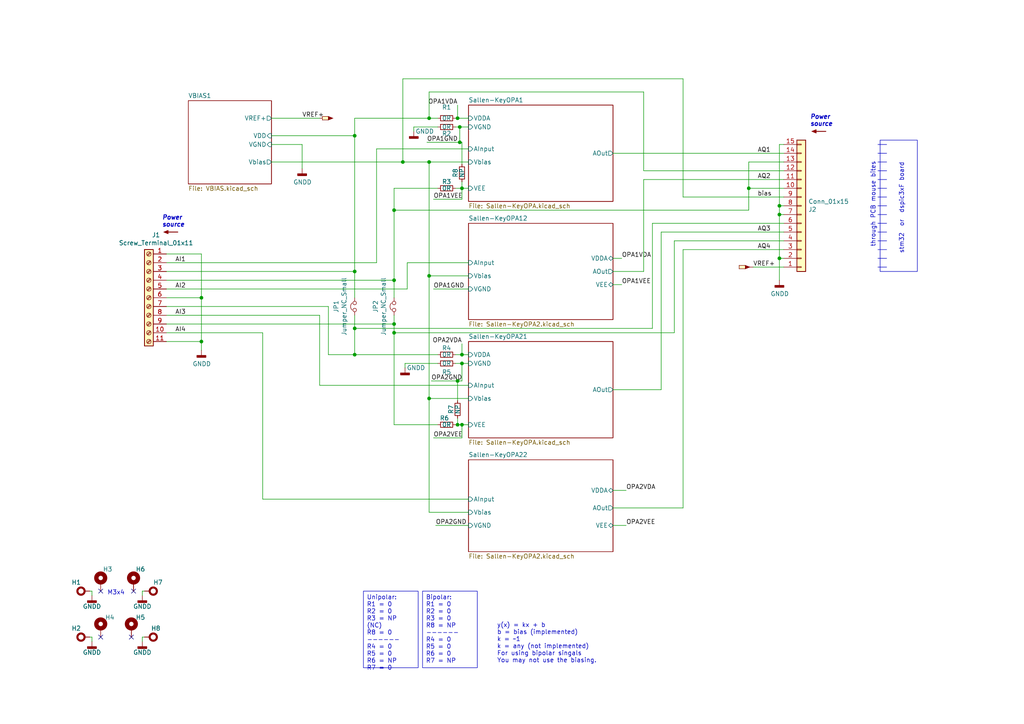
<source format=kicad_sch>
(kicad_sch (version 20230121) (generator eeschema)
  (paper "A4")
  (lib_symbols
    (symbol "Connector:Screw_Terminal_01x11" (pin_names (offset 1.016) hide)
      (property "Reference" "J" (at 0 15.24 0))
      (property "Value" "Screw_Terminal_01x11" (at 0 -15.24 0))
      (symbol "Screw_Terminal_01x11_1_1"
        (rectangle (start -1.27 13.97) (end 1.27 -13.97) (stroke (width 0.254)) (fill (type background)))
        (circle (center 0 -12.7) (radius 0.635) (stroke (width 0.1524)))
        (circle (center 0 -10.16) (radius 0.635) (stroke (width 0.1524)))
        (circle (center 0 -7.62) (radius 0.635) (stroke (width 0.1524)))
        (circle (center 0 -5.08) (radius 0.635) (stroke (width 0.1524)))
        (circle (center 0 -2.54) (radius 0.635) (stroke (width 0.1524)))
        (polyline (pts (xy -0.5334 -12.3698) (xy 0.3302 -13.208)) (stroke (width 0.1524)))
        (polyline (pts (xy -0.5334 -9.8298) (xy 0.3302 -10.668)) (stroke (width 0.1524)))
        (polyline (pts (xy -0.5334 -7.2898) (xy 0.3302 -8.128)) (stroke (width 0.1524)))
        (polyline (pts (xy -0.5334 -4.7498) (xy 0.3302 -5.588)) (stroke (width 0.1524)))
        (polyline (pts (xy -0.5334 -2.2098) (xy 0.3302 -3.048)) (stroke (width 0.1524)))
        (polyline (pts (xy -0.5334 0.3302) (xy 0.3302 -0.508)) (stroke (width 0.1524)))
        (polyline (pts (xy -0.5334 2.8702) (xy 0.3302 2.032)) (stroke (width 0.1524)))
        (polyline (pts (xy -0.5334 5.4102) (xy 0.3302 4.572)) (stroke (width 0.1524)))
        (polyline (pts (xy -0.5334 7.9502) (xy 0.3302 7.112)) (stroke (width 0.1524)))
        (polyline (pts (xy -0.5334 10.4902) (xy 0.3302 9.652)) (stroke (width 0.1524)))
        (polyline (pts (xy -0.5334 13.0302) (xy 0.3302 12.192)) (stroke (width 0.1524)))
        (polyline (pts (xy -0.3556 -12.192) (xy 0.508 -13.0302)) (stroke (width 0.1524)))
        (polyline (pts (xy -0.3556 -9.652) (xy 0.508 -10.4902)) (stroke (width 0.1524)))
        (polyline (pts (xy -0.3556 -7.112) (xy 0.508 -7.9502)) (stroke (width 0.1524)))
        (polyline (pts (xy -0.3556 -4.572) (xy 0.508 -5.4102)) (stroke (width 0.1524)))
        (polyline (pts (xy -0.3556 -2.032) (xy 0.508 -2.8702)) (stroke (width 0.1524)))
        (polyline (pts (xy -0.3556 0.508) (xy 0.508 -0.3302)) (stroke (width 0.1524)))
        (polyline (pts (xy -0.3556 3.048) (xy 0.508 2.2098)) (stroke (width 0.1524)))
        (polyline (pts (xy -0.3556 5.588) (xy 0.508 4.7498)) (stroke (width 0.1524)))
        (polyline (pts (xy -0.3556 8.128) (xy 0.508 7.2898)) (stroke (width 0.1524)))
        (polyline (pts (xy -0.3556 10.668) (xy 0.508 9.8298)) (stroke (width 0.1524)))
        (polyline (pts (xy -0.3556 13.208) (xy 0.508 12.3698)) (stroke (width 0.1524)))
        (circle (center 0 0) (radius 0.635) (stroke (width 0.1524)))
        (circle (center 0 2.54) (radius 0.635) (stroke (width 0.1524)))
        (circle (center 0 5.08) (radius 0.635) (stroke (width 0.1524)))
        (circle (center 0 7.62) (radius 0.635) (stroke (width 0.1524)))
        (circle (center 0 10.16) (radius 0.635) (stroke (width 0.1524)))
        (circle (center 0 12.7) (radius 0.635) (stroke (width 0.1524)))
        (pin passive line (at -5.08 12.7 0) (length 3.81) (name "Pin_1") (number "1"))
        (pin passive line (at -5.08 -10.16 0) (length 3.81) (name "Pin_10") (number "10"))
        (pin passive line (at -5.08 -12.7 0) (length 3.81) (name "Pin_11") (number "11"))
        (pin passive line (at -5.08 10.16 0) (length 3.81) (name "Pin_2") (number "2"))
        (pin passive line (at -5.08 7.62 0) (length 3.81) (name "Pin_3") (number "3"))
        (pin passive line (at -5.08 5.08 0) (length 3.81) (name "Pin_4") (number "4"))
        (pin passive line (at -5.08 2.54 0) (length 3.81) (name "Pin_5") (number "5"))
        (pin passive line (at -5.08 0 0) (length 3.81) (name "Pin_6") (number "6"))
        (pin passive line (at -5.08 -2.54 0) (length 3.81) (name "Pin_7") (number "7"))
        (pin passive line (at -5.08 -5.08 0) (length 3.81) (name "Pin_8") (number "8"))
        (pin passive line (at -5.08 -7.62 0) (length 3.81) (name "Pin_9") (number "9"))
      )
    )
    (symbol "Connector_Generic:Conn_01x15" (pin_names (offset 1.016) hide)
      (property "Reference" "J" (at 0 20.32 0))
      (property "Value" "Conn_01x15" (at 0 -20.32 0))
      (symbol "Conn_01x15_1_1"
        (rectangle (start -1.27 -17.653) (end 0 -17.907) (stroke (width 0.1524)))
        (rectangle (start -1.27 -15.113) (end 0 -15.367) (stroke (width 0.1524)))
        (rectangle (start -1.27 -12.573) (end 0 -12.827) (stroke (width 0.1524)))
        (rectangle (start -1.27 -10.033) (end 0 -10.287) (stroke (width 0.1524)))
        (rectangle (start -1.27 -7.493) (end 0 -7.747) (stroke (width 0.1524)))
        (rectangle (start -1.27 -4.953) (end 0 -5.207) (stroke (width 0.1524)))
        (rectangle (start -1.27 -2.413) (end 0 -2.667) (stroke (width 0.1524)))
        (rectangle (start -1.27 0.127) (end 0 -0.127) (stroke (width 0.1524)))
        (rectangle (start -1.27 2.667) (end 0 2.413) (stroke (width 0.1524)))
        (rectangle (start -1.27 5.207) (end 0 4.953) (stroke (width 0.1524)))
        (rectangle (start -1.27 7.747) (end 0 7.493) (stroke (width 0.1524)))
        (rectangle (start -1.27 10.287) (end 0 10.033) (stroke (width 0.1524)))
        (rectangle (start -1.27 12.827) (end 0 12.573) (stroke (width 0.1524)))
        (rectangle (start -1.27 15.367) (end 0 15.113) (stroke (width 0.1524)))
        (rectangle (start -1.27 17.907) (end 0 17.653) (stroke (width 0.1524)))
        (rectangle (start -1.27 19.05) (end 1.27 -19.05) (stroke (width 0.254)) (fill (type background)))
        (pin passive line (at -5.08 17.78 0) (length 3.81) (name "Pin_1") (number "1"))
        (pin passive line (at -5.08 -5.08 0) (length 3.81) (name "Pin_10") (number "10"))
        (pin passive line (at -5.08 -7.62 0) (length 3.81) (name "Pin_11") (number "11"))
        (pin passive line (at -5.08 -10.16 0) (length 3.81) (name "Pin_12") (number "12"))
        (pin passive line (at -5.08 -12.7 0) (length 3.81) (name "Pin_13") (number "13"))
        (pin passive line (at -5.08 -15.24 0) (length 3.81) (name "Pin_14") (number "14"))
        (pin passive line (at -5.08 -17.78 0) (length 3.81) (name "Pin_15") (number "15"))
        (pin passive line (at -5.08 15.24 0) (length 3.81) (name "Pin_2") (number "2"))
        (pin passive line (at -5.08 12.7 0) (length 3.81) (name "Pin_3") (number "3"))
        (pin passive line (at -5.08 10.16 0) (length 3.81) (name "Pin_4") (number "4"))
        (pin passive line (at -5.08 7.62 0) (length 3.81) (name "Pin_5") (number "5"))
        (pin passive line (at -5.08 5.08 0) (length 3.81) (name "Pin_6") (number "6"))
        (pin passive line (at -5.08 2.54 0) (length 3.81) (name "Pin_7") (number "7"))
        (pin passive line (at -5.08 0 0) (length 3.81) (name "Pin_8") (number "8"))
        (pin passive line (at -5.08 -2.54 0) (length 3.81) (name "Pin_9") (number "9"))
      )
    )
    (symbol "Device:R_Small" (pin_numbers hide) (pin_names (offset 0.254) hide)
      (property "Reference" "R" (at 0.762 0.508 0))
      (property "Value" "R_Small" (at 0.762 -1.016 0))
      (symbol "R_Small_0_1"
        (rectangle (start -0.762 1.778) (end 0.762 -1.778) (stroke (width 0.2032)))
      )
      (symbol "R_Small_1_1"
        (pin passive line (at 0 2.54 270) (length 0.762) (name "~") (number "1"))
        (pin passive line (at 0 -2.54 90) (length 0.762) (name "~") (number "2"))
      )
    )
    (symbol "Graphic:SYM_Arrow_Small" (in_bom no) (on_board no)
      (symbol "SYM_Arrow_Small_0_1"
        (polyline (pts (xy 1.524 0) (xy -2.032 0)) (stroke (width 0.254)))
        (polyline (pts (xy 2.032 0) (xy 0.762 -0.508) (xy 0.762 0.508) (xy 2.032 0)) (fill (type outline)))
      )
    )
    (symbol "Mechanical:MountingHole_Pad" (pin_numbers hide) (pin_names (offset 1.016) hide)
      (property "Reference" "H" (at 0 6.35 0))
      (property "Value" "MountingHole_Pad" (at 0 4.445 0))
      (symbol "MountingHole_Pad_0_1"
        (circle (center 0 1.27) (radius 1.27) (stroke (width 1.27)))
      )
      (symbol "MountingHole_Pad_1_1"
        (pin input line (at 0 -2.54 90) (length 2.54) (name "1") (number "1"))
      )
    )
    (symbol "MountingHole_Pad_small_1" (pin_numbers hide) (pin_names (offset 1.016) hide)
      (property "Reference" "H" (at 0 6.35 0))
      (property "Value" "MountingHole_Pad_small" (at 0 4.445 0))
      (symbol "MountingHole_Pad_small_1_1_1"
        (circle (center 0 1.27) (radius 1.0473) (stroke (width 0.6)))
        (pin input line (at 0 -1.27 90) (length 1.27) (name "1") (number "1"))
      )
    )
    (symbol "Sallen-Keys_filter-rescue:Jumper_NC_Small-Device" (pin_numbers hide) (pin_names (offset 0.762) hide)
      (property "Reference" "JP" (at 0 2.032 0))
      (property "Value" "Device_Jumper_NC_Small" (at 0.254 -1.524 0))
      (symbol "Jumper_NC_Small-Device_0_1"
        (circle (center -1.016 0) (radius 0.508))
        (circle (center 1.016 0) (radius 0.508))
        (arc (start 1.016 0.762) (mid 0 1.1828) (end -1.016 0.762))
        (pin passive line (at -2.54 0 0) (length 1.016) (name "1") (number "1"))
        (pin passive line (at 2.54 0 180) (length 1.016) (name "2") (number "2"))
      )
    )
    (symbol "Sallen-Keys_filter-rescue:SYMFwdOutput_Arrow_Small-osmLIB" (pin_names (offset 1.016))
      (symbol "SYMFwdOutput_Arrow_Small-osmLIB_0_1"
        (polyline (pts (xy 0.762 0) (xy 0 0)))
        (polyline (pts (xy 3.81 0) (xy 2.54 -0.508) (xy 2.54 0.508) (xy 3.81 0)) (fill (type outline)))
      )
      (symbol "SYMFwdOutput_Arrow_Small-osmLIB_1_1"
        (rectangle (start 2.54 -0.508) (end 0.762 0.508) (fill (type background)))
        (pin unspecified line (at 0 0 0) (length 0.762) (name "~") (number "~"))
      )
    )
    (symbol "osmLIB:SYMback_Arrow_Small" (pin_names (offset 1.016))
      (symbol "SYMback_Arrow_Small_0_1"
        (rectangle (start -2.286 -0.508) (end -4.064 0.508) (fill (type background)))
        (polyline (pts (xy 0 0) (xy -2.032 0)))
        (polyline (pts (xy -1.016 0) (xy -2.286 -0.508) (xy -2.286 0.508) (xy -1.016 0)) (fill (type outline)))
      )
    )
    (symbol "power:GNDD" (power) (pin_names (offset 0))
      (property "Value" "GNDD" (at 0 -3.175 0))
      (symbol "GNDD_0_1"
        (rectangle (start -1.27 -1.524) (end 1.27 -2.032) (stroke (width 0.254)) (fill (type outline)))
        (polyline (pts (xy 0 0) (xy 0 -1.524)))
      )
      (symbol "GNDD_1_1"
        (pin power_in line (at 0 0 270) (length 0) hide (name "GNDD") (number "1"))
      )
    )
  )
  (junction (at 133.35 36.83))
  (junction (at 114.3 60.96))
  (junction (at 102.87 102.87))
  (junction (at 226.06 62.23))
  (junction (at 124.46 34.29))
  (junction (at 102.87 39.37))
  (junction (at 226.06 59.69))
  (junction (at 133.985 54.61))
  (junction (at 133.985 105.41))
  (junction (at 58.42 86.36))
  (junction (at 58.42 99.06))
  (junction (at 124.46 46.99))
  (junction (at 133.985 102.87))
  (junction (at 102.87 78.74))
  (junction (at 217.17 54.61))
  (junction (at 132.715 110.49))
  (junction (at 226.06 74.93))
  (junction (at 124.46 80.01))
  (junction (at 114.3 93.98))
  (junction (at 132.715 123.19))
  (junction (at 124.46 115.57))
  (junction (at 133.985 123.19))
  (junction (at 133.35 41.275))
  (junction (at 132.715 34.29))
  (junction (at 114.3 96.52))
  (junction (at 102.87 95.25))
  (junction (at 116.84 46.99))
  (junction (at 114.3 81.28))
  (no_connect (at 29.21 184.785))
  (no_connect (at 38.735 171.45))
  (no_connect (at 29.21 171.45))
  (no_connect (at 38.1 184.785))
  (wire (pts (xy 48.26 93.98) (xy 114.3 93.98)))
  (wire (pts (xy 48.26 96.52) (xy 76.2 96.52)))
  (wire (pts (xy 78.74 34.29) (xy 92.71 34.29)))
  (wire (pts (xy 78.74 46.99) (xy 116.84 46.99)))
  (wire (pts (xy 133.985 41.275) (xy 133.35 41.275)))
  (wire (pts (xy 114.3 96.52) (xy 195.58 96.52)))
  (wire (pts (xy 177.8 113.03) (xy 191.77 113.03)))
  (wire (pts (xy 133.35 36.83) (xy 133.35 41.275)))
  (wire (pts (xy 226.06 74.93) (xy 226.06 62.23)))
  (wire (pts (xy 78.74 39.37) (xy 102.87 39.37)))
  (wire (pts (xy 186.69 52.07) (xy 227.33 52.07)))
  (wire (pts (xy 48.26 88.9) (xy 95.25 88.9)))
  (wire (pts (xy 177.8 82.55) (xy 180.34 82.55)))
  (wire (pts (xy 58.42 99.06) (xy 58.42 86.36)))
  (wire (pts (xy 109.22 76.2) (xy 109.22 43.18)))
  (wire (pts (xy 226.06 81.28) (xy 226.06 74.93)))
  (wire (pts (xy 41.275 171.45) (xy 41.275 172.72)))
  (wire (pts (xy 114.3 123.19) (xy 127 123.19)))
  (wire (pts (xy 41.91 171.45) (xy 41.275 171.45)))
  (wire (pts (xy 124.46 34.29) (xy 124.46 26.67)))
  (wire (pts (xy 116.84 22.86) (xy 198.12 22.86)))
  (wire (pts (xy 102.87 39.37) (xy 102.87 34.29)))
  (wire (pts (xy 48.26 76.2) (xy 109.22 76.2)))
  (wire (pts (xy 226.06 41.91) (xy 227.33 41.91)))
  (wire (pts (xy 132.08 34.29) (xy 132.715 34.29)))
  (wire (pts (xy 26.67 171.45) (xy 26.67 172.72)))
  (wire (pts (xy 227.33 74.93) (xy 226.06 74.93)))
  (wire (pts (xy 125.73 57.785) (xy 133.985 57.785)))
  (wire (pts (xy 76.2 144.78) (xy 135.89 144.78)))
  (wire (pts (xy 95.25 102.87) (xy 102.87 102.87)))
  (wire (pts (xy 92.71 91.44) (xy 92.71 111.76)))
  (wire (pts (xy 186.69 78.74) (xy 186.69 52.07)))
  (wire (pts (xy 114.3 54.61) (xy 127 54.61)))
  (wire (pts (xy 124.46 148.59) (xy 135.89 148.59)))
  (wire (pts (xy 133.35 36.83) (xy 135.89 36.83)))
  (wire (pts (xy 102.87 102.87) (xy 127 102.87)))
  (wire (pts (xy 87.63 41.91) (xy 87.63 48.895)))
  (wire (pts (xy 226.06 59.69) (xy 226.06 41.91)))
  (wire (pts (xy 133.985 99.695) (xy 133.985 102.87)))
  (wire (pts (xy 132.08 105.41) (xy 133.985 105.41)))
  (wire (pts (xy 177.8 78.74) (xy 186.69 78.74)))
  (wire (pts (xy 78.74 41.91) (xy 87.63 41.91)))
  (wire (pts (xy 133.985 54.61) (xy 135.89 54.61)))
  (wire (pts (xy 124.46 26.67) (xy 186.69 26.67)))
  (wire (pts (xy 114.3 93.98) (xy 114.3 91.44)))
  (wire (pts (xy 133.985 47.625) (xy 133.985 41.275)))
  (wire (pts (xy 186.69 26.67) (xy 186.69 49.53)))
  (wire (pts (xy 76.2 96.52) (xy 76.2 144.78)))
  (wire (pts (xy 124.46 80.01) (xy 135.89 80.01)))
  (wire (pts (xy 135.89 46.99) (xy 124.46 46.99)))
  (wire (pts (xy 123.825 41.275) (xy 133.35 41.275)))
  (wire (pts (xy 48.26 99.06) (xy 58.42 99.06)))
  (wire (pts (xy 133.985 123.19) (xy 135.89 123.19)))
  (wire (pts (xy 195.58 96.52) (xy 195.58 69.85)))
  (wire (pts (xy 132.715 110.49) (xy 133.985 110.49)))
  (wire (pts (xy 217.17 54.61) (xy 217.17 46.99)))
  (wire (pts (xy 41.91 184.785) (xy 41.275 184.785)))
  (wire (pts (xy 177.8 142.24) (xy 181.61 142.24)))
  (wire (pts (xy 109.22 43.18) (xy 135.89 43.18)))
  (wire (pts (xy 114.3 86.36) (xy 114.3 81.28)))
  (wire (pts (xy 132.715 30.48) (xy 132.715 34.29)))
  (wire (pts (xy 116.84 46.99) (xy 124.46 46.99)))
  (wire (pts (xy 118.11 76.2) (xy 135.89 76.2)))
  (wire (pts (xy 26.035 171.45) (xy 26.67 171.45)))
  (wire (pts (xy 48.26 91.44) (xy 92.71 91.44)))
  (wire (pts (xy 132.715 121.285) (xy 132.715 123.19)))
  (wire (pts (xy 48.26 83.82) (xy 118.11 83.82)))
  (wire (pts (xy 116.84 46.99) (xy 116.84 22.86)))
  (wire (pts (xy 48.26 78.74) (xy 102.87 78.74)))
  (wire (pts (xy 189.23 95.25) (xy 189.23 64.77)))
  (wire (pts (xy 191.77 67.31) (xy 227.33 67.31)))
  (wire (pts (xy 133.985 105.41) (xy 135.89 105.41)))
  (wire (pts (xy 26.035 184.785) (xy 26.67 184.785)))
  (wire (pts (xy 114.3 60.96) (xy 217.17 60.96)))
  (wire (pts (xy 126.365 152.4) (xy 135.89 152.4)))
  (wire (pts (xy 102.87 95.25) (xy 102.87 102.87)))
  (wire (pts (xy 125.73 127) (xy 133.985 127)))
  (wire (pts (xy 133.985 102.87) (xy 135.89 102.87)))
  (wire (pts (xy 177.8 74.93) (xy 180.34 74.93)))
  (wire (pts (xy 133.985 123.19) (xy 133.985 127)))
  (wire (pts (xy 132.08 36.83) (xy 133.35 36.83)))
  (wire (pts (xy 135.89 115.57) (xy 124.46 115.57)))
  (wire (pts (xy 58.42 86.36) (xy 58.42 73.66)))
  (wire (pts (xy 177.8 44.45) (xy 227.33 44.45)))
  (wire (pts (xy 132.08 123.19) (xy 132.715 123.19)))
  (wire (pts (xy 177.8 147.32) (xy 198.12 147.32)))
  (wire (pts (xy 102.87 39.37) (xy 102.87 78.74)))
  (wire (pts (xy 227.33 62.23) (xy 226.06 62.23)))
  (wire (pts (xy 26.67 184.785) (xy 26.67 186.055)))
  (wire (pts (xy 198.12 147.32) (xy 198.12 72.39)))
  (wire (pts (xy 133.985 105.41) (xy 133.985 110.49)))
  (wire (pts (xy 191.77 67.31) (xy 191.77 113.03)))
  (wire (pts (xy 133.985 54.61) (xy 133.985 57.785)))
  (wire (pts (xy 198.12 72.39) (xy 227.33 72.39)))
  (wire (pts (xy 114.3 96.52) (xy 114.3 123.19)))
  (wire (pts (xy 114.3 93.98) (xy 114.3 96.52)))
  (wire (pts (xy 198.12 22.86) (xy 198.12 57.15)))
  (wire (pts (xy 58.42 101.6) (xy 58.42 99.06)))
  (wire (pts (xy 48.26 86.36) (xy 58.42 86.36)))
  (wire (pts (xy 125.73 83.82) (xy 135.89 83.82)))
  (wire (pts (xy 195.58 69.85) (xy 227.33 69.85)))
  (wire (pts (xy 120.015 36.83) (xy 127 36.83)))
  (wire (pts (xy 102.87 34.29) (xy 124.46 34.29)))
  (wire (pts (xy 41.275 184.785) (xy 41.275 186.055)))
  (wire (pts (xy 92.71 111.76) (xy 135.89 111.76)))
  (wire (pts (xy 132.715 116.205) (xy 132.715 110.49)))
  (wire (pts (xy 102.87 91.44) (xy 102.87 95.25)))
  (wire (pts (xy 118.11 83.82) (xy 118.11 76.2)))
  (wire (pts (xy 177.8 152.4) (xy 181.61 152.4)))
  (wire (pts (xy 48.26 81.28) (xy 114.3 81.28)))
  (wire (pts (xy 217.17 60.96) (xy 217.17 54.61)))
  (wire (pts (xy 132.715 123.19) (xy 133.985 123.19)))
  (wire (pts (xy 124.46 80.01) (xy 124.46 115.57)))
  (wire (pts (xy 102.87 78.74) (xy 102.87 86.36)))
  (wire (pts (xy 217.17 46.99) (xy 227.33 46.99)))
  (wire (pts (xy 124.46 34.29) (xy 127 34.29)))
  (wire (pts (xy 124.46 115.57) (xy 124.46 148.59)))
  (wire (pts (xy 124.46 46.99) (xy 124.46 80.01)))
  (wire (pts (xy 114.3 60.96) (xy 114.3 54.61)))
  (wire (pts (xy 227.33 54.61) (xy 217.17 54.61)))
  (wire (pts (xy 48.26 73.66) (xy 58.42 73.66)))
  (wire (pts (xy 227.33 59.69) (xy 226.06 59.69)))
  (wire (pts (xy 95.25 88.9) (xy 95.25 102.87)))
  (wire (pts (xy 132.08 102.87) (xy 133.985 102.87)))
  (wire (pts (xy 114.3 81.28) (xy 114.3 60.96)))
  (wire (pts (xy 186.69 49.53) (xy 227.33 49.53)))
  (wire (pts (xy 218.44 77.47) (xy 227.33 77.47)))
  (wire (pts (xy 102.87 95.25) (xy 189.23 95.25)))
  (wire (pts (xy 198.12 57.15) (xy 227.33 57.15)))
  (wire (pts (xy 132.08 54.61) (xy 133.985 54.61)))
  (wire (pts (xy 133.985 52.705) (xy 133.985 54.61)))
  (wire (pts (xy 132.715 34.29) (xy 135.89 34.29)))
  (wire (pts (xy 226.06 62.23) (xy 226.06 59.69)))
  (wire (pts (xy 117.475 105.41) (xy 127 105.41)))
  (wire (pts (xy 117.475 105.41) (xy 117.475 106.68)))
  (wire (pts (xy 189.23 64.77) (xy 227.33 64.77)))
  (wire (pts (xy 125.095 110.49) (xy 132.715 110.49)))
  (wire (pts (xy 120.015 36.83) (xy 120.015 38.1)))
  (rectangle (start 254.635 59.69) (end 257.175 59.69))
  (rectangle (start 254.635 52.07) (end 257.175 52.07))
  (rectangle (start 254.635 62.23) (end 257.175 62.23))
  (rectangle (start 254.635 44.45) (end 257.175 44.45))
  (rectangle (start 254.635 64.77) (end 257.175 64.77))
  (rectangle (start 254.635 41.91) (end 257.175 41.91))
  (rectangle (start 254.635 72.39) (end 257.175 72.39))
  (rectangle (start 254.635 46.99) (end 257.175 46.99))
  (rectangle (start 254.635 74.93) (end 257.175 74.93))
  (rectangle (start 254.635 67.31) (end 257.175 67.31))
  (rectangle (start 254.635 77.47) (end 257.175 77.47))
  (rectangle (start 254.635 69.85) (end 257.175 69.85))
  (rectangle (start 255.27 40.64) (end 266.065 78.74))
  (rectangle (start 254.635 49.53) (end 257.175 49.53))
  (rectangle (start 254.635 57.15) (end 257.175 57.15))
  (rectangle (start 254.635 54.61) (end 257.175 54.61))
  (text_box "Bipolar:\nR1 = 0\nR2 = 0\nR3 = 0\nR8 = NP\n------\nR4 = 0\nR5 = 0\nR6 = 0\nR7 = NP" (at 122.555 171.45 0) (size 15.875 22.225) (effects (font (size 1.27 1.27)) (justify left top)))
  (text_box "Unipolar:\nR1 = 0\nR2 = 0\nR3 = NP (NC)\nR8 = 0\n------\nR4 = 0\nR5 = 0\nR6 = NP\nR7 = 0" (at 105.41 171.45 0) (size 15.875 22.225) (effects (font (size 1.27 1.27)) (justify left top)))
  (text "Power\nsource" (at 46.99 66.04 0) (effects (font (size 1.27 1.27) (thickness 0.254) bold italic) (justify left bottom)))
  (text "у(x) = kx + b\nb = bias (implemented)\nk = ~1\nk = any (not implemented)\nFor using bipolar singals\nYou may not use the biasing." (at 144.145 192.405 0) (effects (font (size 1.27 1.27)) (justify left bottom)))
  (text "Power\nsource" (at 234.95 36.83 0) (effects (font (size 1.27 1.27) (thickness 0.254) bold italic) (justify left bottom)))
  (text "through PCB mouse bites" (at 254 71.755 90) (effects (font (size 1.27 1.27)) (justify left bottom)))
  (text "stm32  or  dspic3xF board" (at 262.255 73.66 90) (effects (font (size 1.27 1.27)) (justify left bottom)))
  (text "M3x4" (at 31.115 172.72 0) (effects (font (size 1.27 1.27)) (justify left bottom)))
  (label "OPA1VDA" (at 180.34 74.93 0))
  (label "OPA1GND" (at 125.73 83.82 0))
  (label "AQ2" (at 219.71 52.07 0))
  (label "AQ4" (at 219.71 72.39 0))
  (label "OPA1GND" (at 123.825 41.275 0))
  (label "AI2" (at 50.8 83.82 0))
  (label "OPA1VDA" (at 132.715 30.48 180))
  (label "VREF+" (at 218.44 77.47 0))
  (label "bias" (at 219.71 57.15 0))
  (label "OPA2GND" (at 125.095 110.49 0))
  (label "OPA2VEE" (at 181.61 152.4 0))
  (label "OPA1VEE" (at 125.73 57.785 0))
  (label "OPA2VDA" (at 181.61 142.24 0))
  (label "AI1" (at 50.8 76.2 0))
  (label "AI3" (at 50.8 91.44 0))
  (label "OPA2VDA" (at 133.985 99.695 180))
  (label "VREF+" (at 87.63 34.29 0))
  (label "AQ3" (at 219.71 67.31 0))
  (label "AQ1" (at 219.71 44.45 0))
  (label "AI4" (at 50.8 96.52 0))
  (label "OPA2GND" (at 126.365 152.4 0))
  (label "OPA1VEE" (at 180.34 82.55 0))
  (label "OPA2VEE" (at 125.73 127 0))
  (symbol (lib_id "Connector:Screw_Terminal_01x11") (at 43.18 86.36 0) (mirror y) (unit 1)
    (property "Reference" "J1" (at 45.2628 68.1482 0))
    (property "Value" "Screw_Terminal_01x11" (at 45.2628 70.4596 0))
    (property "Footprint" "TerminalBlock_Phoenix:TerminalBlock_Phoenix_PT-1,5-11-3.5-H_1x11_P3.50mm_Horizontal" (effects hide))
  )
  (symbol (lib_id "Connector_Generic:Conn_01x15") (at 232.41 59.69 0) (mirror x) (unit 1)
    (property "Reference" "J2" (at 234.442 60.7568 0) (effects (justify left)))
    (property "Value" "Conn_01x15" (at 234.442 58.4454 0) (effects (justify left)))
    (property "Footprint" "Connector_PinSocket_2.54mm:PinSocket_1x15_P2.54mm_Vertical" (effects hide))
  )
  (symbol (lib_id "power:GNDD") (at 58.42 101.6 0) (unit 1)
    (property "Reference" "#PWR05" (effects hide))
    (property "Value" "GNDD" (at 58.5216 105.537 0))
  )
  (symbol (lib_id "power:GNDD") (at 226.06 81.28 0) (unit 1)
    (property "Reference" "#PWR07" (effects hide))
    (property "Value" "GNDD" (at 226.1616 85.217 0))
  )
  (symbol (lib_id "Graphic:SYM_Arrow_Small") (at 237.49 38.1 180) (unit 1)
    (property "Reference" "#SYM4" (effects hide))
    (property "Value" "SYM_Arrow_Small" (effects hide))
  )
  (symbol (lib_id "osmLIB:SYMback_Arrow_Small") (at 218.44 77.47 0) (unit 1)
    (property "Reference" "#SYM3" (effects hide))
    (property "Value" "SYMback_Arrow_Small" (effects hide))
  )
  (symbol (lib_id "Sallen-Keys_filter-rescue:SYMFwdOutput_Arrow_Small-osmLIB") (at 92.71 34.29 0) (unit 1)
    (property "Reference" "#SYM2" (effects hide))
    (property "Value" "SYMFwdOutput_Arrow_Small" (effects hide))
  )
  (symbol (lib_id "Graphic:SYM_Arrow_Small") (at 49.53 67.31 180) (unit 1)
    (property "Reference" "#SYM1" (effects hide))
    (property "Value" "SYM_Arrow_Small" (effects hide))
  )
  (symbol (lib_id "Sallen-Keys_filter-rescue:Jumper_NC_Small-Device") (at 102.87 88.9 90) (unit 1)
    (property "Reference" "JP1" (at 97.4852 88.9 0))
    (property "Value" "Jumper_NC_Small" (at 99.7966 88.9 0))
    (property "Footprint" "Jumper:SolderJumper-2_P1.3mm_Open_TrianglePad1.0x1.5mm" (effects hide))
  )
  (symbol (lib_id "Sallen-Keys_filter-rescue:Jumper_NC_Small-Device") (at 114.3 88.9 90) (unit 1)
    (property "Reference" "JP2" (at 108.9152 88.9 0))
    (property "Value" "Jumper_NC_Small" (at 111.2266 88.9 0))
    (property "Footprint" "Jumper:SolderJumper-2_P1.3mm_Open_TrianglePad1.0x1.5mm" (effects hide))
  )
  (symbol (lib_id "Mechanical:MountingHole_Pad") (at 29.21 182.245 0) (unit 1)
    (property "Reference" "H4" (at 30.48 179.07 0) (effects (justify left)))
    (property "Value" "MountingHole_Pad" (effects hide))
    (property "Footprint" "MountingHole:MountingHole_3.2mm_M3_DIN965_Pad" (effects hide))
  )
  (symbol (lib_id "Device:R_Small") (at 129.54 102.87 90) (unit 1)
    (property "Reference" "R4" (at 129.54 100.965 90))
    (property "Value" "0R" (at 129.54 102.87 90))
    (property "Footprint" "Resistor_SMD:R_0805_2012Metric" (effects hide))
  )
  (symbol (lib_id "power:GNDD") (at 26.67 172.72 0) (unit 1)
    (property "Reference" "#PWR01" (effects hide))
    (property "Value" "GNDD" (at 26.67 175.895 0))
  )
  (symbol (lib_name "MountingHole_Pad_small_1") (lib_id "osmLIB:MountingHole_Pad_small") (at 24.765 171.45 90) (unit 1) (in_bom no)
    (property "Reference" "H1" (at 23.495 168.91 90) (effects (justify left)))
    (property "Value" "MountingHole_Pad_small" (effects hide))
    (property "Footprint" "MyLIBS:Hole_pad_1mm" (effects hide))
    (property "Sim.Enable" "0" (effects hide))
  )
  (symbol (lib_id "power:GNDD") (at 26.67 186.055 0) (unit 1)
    (property "Reference" "#PWR02" (effects hide))
    (property "Value" "GNDD" (at 26.67 189.23 0))
  )
  (symbol (lib_id "power:GNDD") (at 120.015 38.1 0) (unit 1)
    (property "Reference" "#PWR014" (effects hide))
    (property "Value" "GNDD" (at 123.19 38.1 0))
  )
  (symbol (lib_id "Device:R_Small") (at 133.985 50.165 0) (unit 1)
    (property "Reference" "R8" (at 132.08 50.165 90))
    (property "Value" "NP" (at 133.985 50.165 90))
    (property "Footprint" "Resistor_SMD:R_0805_2012Metric" (effects hide))
  )
  (symbol (lib_name "MountingHole_Pad_small_1") (lib_id "osmLIB:MountingHole_Pad_small") (at 24.765 184.785 90) (unit 1) (in_bom no)
    (property "Reference" "H2" (at 23.495 182.245 90) (effects (justify left)))
    (property "Value" "MountingHole_Pad_small" (effects hide))
    (property "Footprint" "MyLIBS:Hole_pad_1mm" (effects hide))
    (property "Sim.Enable" "0" (effects hide))
  )
  (symbol (lib_id "Device:R_Small") (at 129.54 34.29 90) (unit 1)
    (property "Reference" "R1" (at 129.54 31.115 90))
    (property "Value" "0R" (at 129.54 34.29 90))
    (property "Footprint" "Resistor_SMD:R_0805_2012Metric" (effects hide))
  )
  (symbol (lib_id "power:GNDD") (at 41.275 186.055 0) (mirror y) (unit 1)
    (property "Reference" "#PWR04" (effects hide))
    (property "Value" "GNDD" (at 41.275 189.23 0))
  )
  (symbol (lib_id "Mechanical:MountingHole_Pad") (at 38.735 168.91 0) (unit 1)
    (property "Reference" "H6" (at 39.37 165.1 0) (effects (justify left)))
    (property "Value" "MountingHole_Pad" (effects hide))
    (property "Footprint" "MountingHole:MountingHole_3.2mm_M3_DIN965_Pad" (effects hide))
  )
  (symbol (lib_id "Device:R_Small") (at 129.54 36.83 90) (unit 1)
    (property "Reference" "R2" (at 129.54 38.735 90))
    (property "Value" "0R" (at 129.54 36.83 90))
    (property "Footprint" "Resistor_SMD:R_0805_2012Metric" (effects hide))
  )
  (symbol (lib_id "Device:R_Small") (at 129.54 105.41 90) (unit 1)
    (property "Reference" "R5" (at 129.54 107.95 90))
    (property "Value" "0R" (at 129.54 105.41 90))
    (property "Footprint" "Resistor_SMD:R_0805_2012Metric" (effects hide))
  )
  (symbol (lib_id "Device:R_Small") (at 129.54 54.61 90) (unit 1)
    (property "Reference" "R3" (at 129.54 52.705 90))
    (property "Value" "0R" (at 129.54 54.61 90))
    (property "Footprint" "Resistor_SMD:R_0805_2012Metric" (effects hide))
  )
  (symbol (lib_id "Mechanical:MountingHole_Pad") (at 38.1 182.245 0) (unit 1)
    (property "Reference" "H5" (at 39.37 179.07 0) (effects (justify left)))
    (property "Value" "MountingHole_Pad" (effects hide))
    (property "Footprint" "MountingHole:MountingHole_3.2mm_M3_DIN965_Pad" (effects hide))
  )
  (symbol (lib_id "Device:R_Small") (at 129.54 123.19 90) (unit 1)
    (property "Reference" "R6" (at 128.905 121.285 90))
    (property "Value" "0R" (at 129.54 123.19 90))
    (property "Footprint" "Resistor_SMD:R_0805_2012Metric" (effects hide))
  )
  (symbol (lib_name "MountingHole_Pad_small_1") (lib_id "osmLIB:MountingHole_Pad_small") (at 43.18 184.785 270) (mirror x) (unit 1) (in_bom no)
    (property "Reference" "H8" (at 43.815 182.245 90) (effects (justify left)))
    (property "Value" "MountingHole_Pad_small" (effects hide))
    (property "Footprint" "MyLIBS:Hole_pad_1mm" (effects hide))
    (property "Sim.Enable" "0" (effects hide))
  )
  (symbol (lib_name "MountingHole_Pad_small_1") (lib_id "osmLIB:MountingHole_Pad_small") (at 43.18 171.45 270) (mirror x) (unit 1) (in_bom no)
    (property "Reference" "H7" (at 44.45 168.91 90) (effects (justify left)))
    (property "Value" "MountingHole_Pad_small" (effects hide))
    (property "Footprint" "MyLIBS:Hole_pad_1mm" (effects hide))
    (property "Sim.Enable" "0" (effects hide))
  )
  (symbol (lib_id "Device:R_Small") (at 132.715 118.745 0) (unit 1)
    (property "Reference" "R7" (at 130.81 118.745 90))
    (property "Value" "NP" (at 132.715 118.745 90))
    (property "Footprint" "Resistor_SMD:R_0805_2012Metric" (effects hide))
  )
  (symbol (lib_id "power:GNDD") (at 117.475 106.68 0) (unit 1)
    (property "Reference" "#PWR015" (effects hide))
    (property "Value" "GNDD" (at 120.65 106.68 0))
  )
  (symbol (lib_id "power:GNDD") (at 87.63 48.895 0) (unit 1)
    (property "Reference" "#PWR06" (effects hide))
    (property "Value" "GNDD" (at 87.7316 52.832 0))
  )
  (symbol (lib_id "power:GNDD") (at 41.275 172.72 0) (mirror y) (unit 1)
    (property "Reference" "#PWR03" (effects hide))
    (property "Value" "GNDD" (at 41.275 175.895 0))
  )
  (symbol (lib_id "Mechanical:MountingHole_Pad") (at 29.21 168.91 0) (unit 1)
    (property "Reference" "H3" (at 29.845 165.1 0) (effects (justify left)))
    (property "Value" "MountingHole_Pad" (effects hide))
    (property "Footprint" "MountingHole:MountingHole_3.2mm_M3_DIN965_Pad" (effects hide))
  )
  (sheet (at 135.89 30.48) (size 41.91 27.94)
    (property "Sheetname" "Sallen-KeyOPA1" (at 135.89 29.7684 0) (effects (justify left bottom)))
    (property "Sheetfile" "Sallen-KeyOPA.kicad_sch" (at 135.89 59.0046 0) (effects (justify left top)))
    (pin "Vbias" input (at 135.89 46.99 180))
    (pin "AInput" input (at 135.89 43.18 180))
    (pin "VDDA" input (at 135.89 34.29 180))
    (pin "VEE" input (at 135.89 54.61 180))
    (pin "AOut" output (at 177.8 44.45 0))
    (pin "VGND" input (at 135.89 36.83 180))
  )
  (sheet (at 54.61 29.21) (size 24.13 24.13)
    (property "Sheetname" "VBIAS1" (at 54.61 28.4984 0) (effects (justify left bottom)))
    (property "Sheetfile" "VBIAS.kicad_sch" (at 54.61 53.9246 0) (effects (justify left top)))
    (pin "VREF+" output (at 78.74 34.29 0))
    (pin "Vbias" output (at 78.74 46.99 0))
    (pin "VDD" input (at 78.74 39.37 0))
    (pin "VGND" input (at 78.74 41.91 0))
  )
  (sheet (at 135.89 64.77) (size 41.91 27.94)
    (property "Sheetname" "Sallen-KeyOPA12" (at 135.89 64.0584 0) (effects (justify left bottom)))
    (property "Sheetfile" "Sallen-KeyOPA2.kicad_sch" (at 135.89 93.2946 0) (effects (justify left top)))
    (pin "Vbias" input (at 135.89 80.01 180))
    (pin "AInput" input (at 135.89 76.2 180))
    (pin "AOut" output (at 177.8 78.74 0))
    (pin "VEE" bidirectional (at 177.8 82.55 0))
    (pin "VDDA" bidirectional (at 177.8 74.93 0))
    (pin "VGND" input (at 135.89 83.82 180))
  )
  (sheet (at 135.89 99.06) (size 41.91 27.94)
    (property "Sheetname" "Sallen-KeyOPA21" (at 135.89 98.3484 0) (effects (justify left bottom)))
    (property "Sheetfile" "Sallen-KeyOPA.kicad_sch" (at 135.89 127.5846 0) (effects (justify left top)))
    (pin "Vbias" input (at 135.89 115.57 180))
    (pin "AInput" input (at 135.89 111.76 180))
    (pin "VDDA" input (at 135.89 102.87 180))
    (pin "VEE" input (at 135.89 123.19 180))
    (pin "AOut" output (at 177.8 113.03 0))
    (pin "VGND" input (at 135.89 105.41 180))
  )
  (sheet (at 135.89 133.35) (size 41.91 26.67)
    (property "Sheetname" "Sallen-KeyOPA22" (at 135.89 132.6384 0) (effects (justify left bottom)))
    (property "Sheetfile" "Sallen-KeyOPA2.kicad_sch" (at 135.89 160.6046 0) (effects (justify left top)))
    (pin "Vbias" input (at 135.89 148.59 180))
    (pin "AInput" input (at 135.89 144.78 180))
    (pin "AOut" output (at 177.8 147.32 0))
    (pin "VEE" bidirectional (at 177.8 152.4 0))
    (pin "VDDA" bidirectional (at 177.8 142.24 0))
    (pin "VGND" input (at 135.89 152.4 180))
  )
)
</source>
